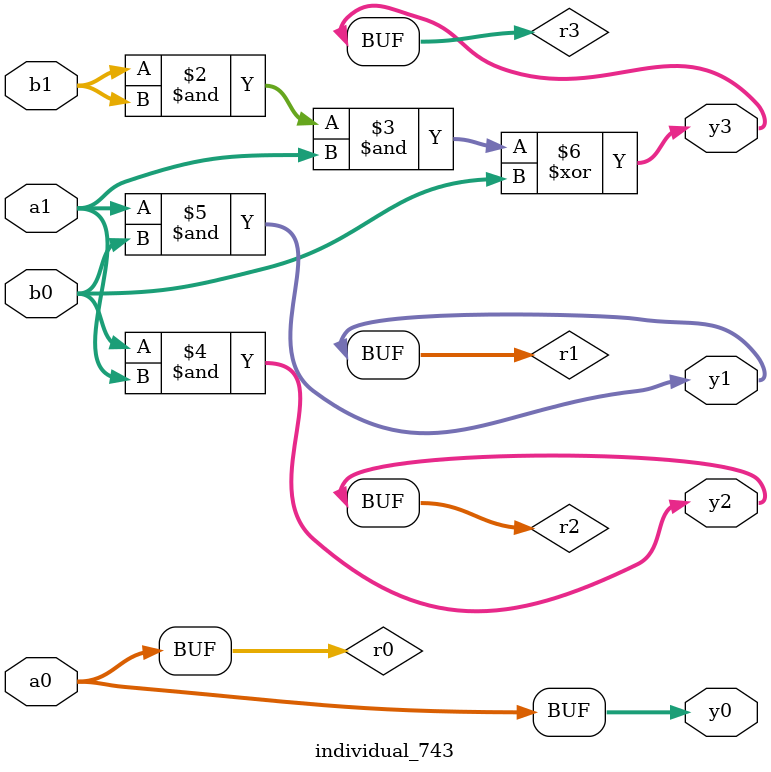
<source format=sv>
module individual_743(input logic [15:0] a1, input logic [15:0] a0, input logic [15:0] b1, input logic [15:0] b0, output logic [15:0] y3, output logic [15:0] y2, output logic [15:0] y1, output logic [15:0] y0);
logic [15:0] r0, r1, r2, r3; 
 always@(*) begin 
	 r0 = a0; r1 = a1; r2 = b0; r3 = b1; 
 	 r3  &=  b1 ;
 	 r3  &=  r1 ;
 	 r2  &=  r1 ;
 	 r1  &=  b0 ;
 	 r3  ^=  b0 ;
 	 y3 = r3; y2 = r2; y1 = r1; y0 = r0; 
end
endmodule
</source>
